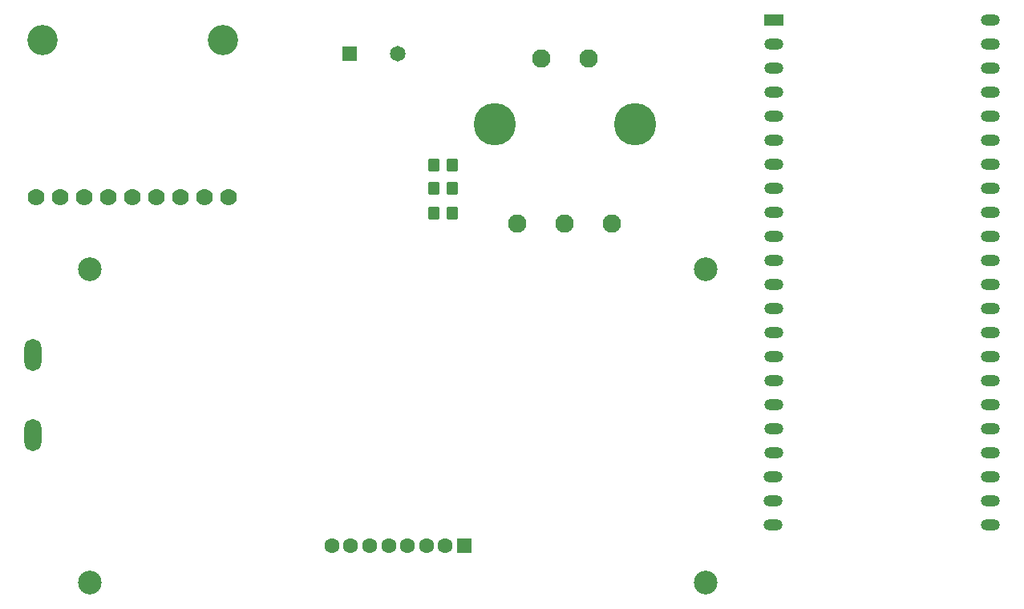
<source format=gbr>
%TF.GenerationSoftware,KiCad,Pcbnew,9.0.0*%
%TF.CreationDate,2025-04-12T20:32:53-04:00*%
%TF.ProjectId,phoenix_v1,70686f65-6e69-4785-9f76-312e6b696361,v2*%
%TF.SameCoordinates,Original*%
%TF.FileFunction,Soldermask,Bot*%
%TF.FilePolarity,Negative*%
%FSLAX46Y46*%
G04 Gerber Fmt 4.6, Leading zero omitted, Abs format (unit mm)*
G04 Created by KiCad (PCBNEW 9.0.0) date 2025-04-12 20:32:53*
%MOMM*%
%LPD*%
G01*
G04 APERTURE LIST*
G04 Aperture macros list*
%AMRoundRect*
0 Rectangle with rounded corners*
0 $1 Rounding radius*
0 $2 $3 $4 $5 $6 $7 $8 $9 X,Y pos of 4 corners*
0 Add a 4 corners polygon primitive as box body*
4,1,4,$2,$3,$4,$5,$6,$7,$8,$9,$2,$3,0*
0 Add four circle primitives for the rounded corners*
1,1,$1+$1,$2,$3*
1,1,$1+$1,$4,$5*
1,1,$1+$1,$6,$7*
1,1,$1+$1,$8,$9*
0 Add four rect primitives between the rounded corners*
20,1,$1+$1,$2,$3,$4,$5,0*
20,1,$1+$1,$4,$5,$6,$7,0*
20,1,$1+$1,$6,$7,$8,$9,0*
20,1,$1+$1,$8,$9,$2,$3,0*%
G04 Aperture macros list end*
%ADD10RoundRect,0.250000X0.350000X0.450000X-0.350000X0.450000X-0.350000X-0.450000X0.350000X-0.450000X0*%
%ADD11C,1.778000*%
%ADD12C,3.200000*%
%ADD13R,1.650000X1.650000*%
%ADD14C,1.650000*%
%ADD15C,2.500000*%
%ADD16R,1.600000X1.600000*%
%ADD17C,1.600000*%
%ADD18O,1.800000X3.400000*%
%ADD19R,2.000000X1.200000*%
%ADD20O,2.000000X1.200000*%
%ADD21C,1.950000*%
%ADD22C,4.460000*%
G04 APERTURE END LIST*
D10*
%TO.C,R3*%
X131262578Y-80331471D03*
X129262578Y-80331471D03*
%TD*%
%TO.C,R1*%
X129250000Y-75250000D03*
X131250000Y-75250000D03*
%TD*%
%TO.C,R2*%
X129246885Y-77714021D03*
X131246885Y-77714021D03*
%TD*%
D11*
%TO.C,J2*%
X107610000Y-78668000D03*
X105070000Y-78668000D03*
X102530000Y-78668000D03*
X99990000Y-78668000D03*
X97450000Y-78668000D03*
X94910000Y-78668000D03*
X92370000Y-78668000D03*
X89830000Y-78668000D03*
X87290000Y-78668000D03*
D12*
X87925000Y-62031000D03*
X106975000Y-62031000D03*
%TD*%
D13*
%TO.C,J1*%
X120420000Y-63500000D03*
D14*
X125500000Y-63500000D03*
%TD*%
D15*
%TO.C,U2*%
X93000000Y-86300000D03*
X93000000Y-119400000D03*
X158000000Y-86300000D03*
X158000000Y-119400000D03*
D16*
X132500000Y-115500000D03*
D17*
X130500000Y-115500000D03*
X128500000Y-115500000D03*
X126500000Y-115500000D03*
X124500000Y-115500000D03*
X122500000Y-115500000D03*
X120500000Y-115500000D03*
X118500000Y-115500000D03*
D18*
X86950000Y-103850000D03*
X86950000Y-95350000D03*
%TD*%
D19*
%TO.C,U1*%
X165140000Y-59920000D03*
D20*
X165140000Y-62460000D03*
X165140000Y-65000000D03*
X165140000Y-67540000D03*
X165140000Y-70080000D03*
X165140000Y-72620000D03*
X165140000Y-75160000D03*
X165140000Y-77700000D03*
X165140000Y-80240000D03*
X165140000Y-82780000D03*
X165140000Y-85320000D03*
X165140000Y-87860000D03*
X165140000Y-90400000D03*
X165140000Y-92940000D03*
X165140000Y-95480000D03*
X165140000Y-98020000D03*
X165140000Y-100560000D03*
X165140000Y-103100000D03*
X165140000Y-105640000D03*
X165136320Y-108177280D03*
X165136320Y-110717280D03*
X165136320Y-113257280D03*
X188000000Y-113260000D03*
X188000000Y-110720000D03*
X188000000Y-108180000D03*
X188000000Y-105640000D03*
X188000000Y-103100000D03*
X188000000Y-100560000D03*
X188000000Y-98020000D03*
X188000000Y-95480000D03*
X188000000Y-92940000D03*
X188000000Y-90400000D03*
X188000000Y-87860000D03*
X188000000Y-85320000D03*
X188000000Y-82780000D03*
X188000000Y-80240000D03*
X188000000Y-77700000D03*
X188000000Y-75160000D03*
X188000000Y-72620000D03*
X188000000Y-70080000D03*
X188000000Y-67540000D03*
X188000000Y-65000000D03*
X188000000Y-62460000D03*
X188000000Y-59920000D03*
%TD*%
D21*
%TO.C,SW1*%
X138100000Y-81500000D03*
X143100000Y-81500000D03*
X148100000Y-81500000D03*
D22*
X135700000Y-71000000D03*
X150500000Y-71000000D03*
D21*
X140600000Y-64000000D03*
X145600000Y-64000000D03*
%TD*%
M02*

</source>
